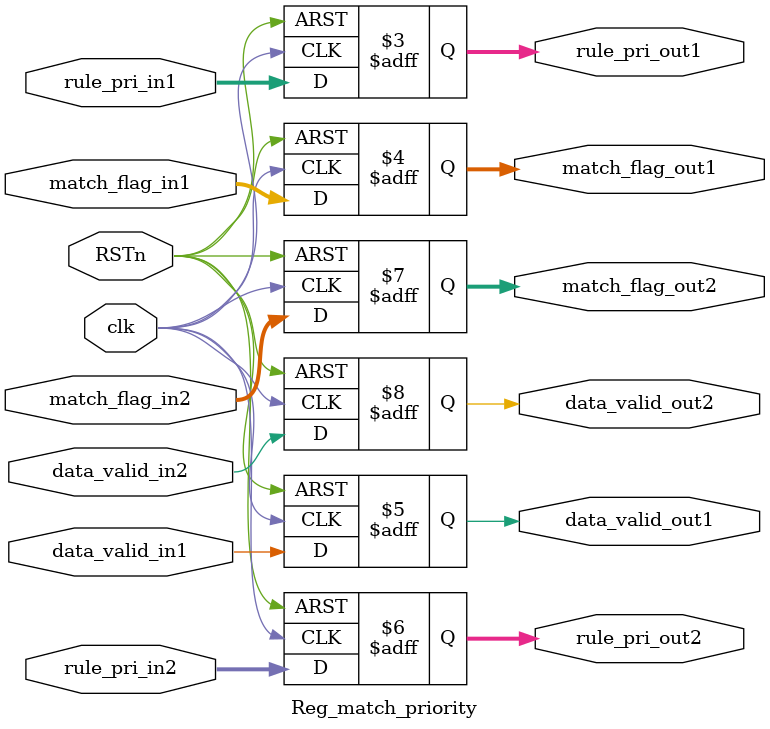
<source format=v>
`timescale 1ns / 1ps


module Reg_match_priority #(
    // the width of packet header and node
    parameter   PACKET_WIDTH = 104,
    parameter   NODE_WIDTH = 40, 
    // data structure of leafnode
    parameter   RULE_ID = 14,
    // the width of a rule in ruleset, sip/prefix, dip/prefix, sport_low, sport_high, dport_low, dport_high, proto/prefix, priority, action
    parameter   RULE_WIDTH = 171
)
(
    input clk,
    input RSTn,
        
    input wire      [8*RULE_ID-1:0] rule_pri_in1,
    input wire      [8-1:0]         match_flag_in1,
    input wire                      data_valid_in1,
    input wire      [8*RULE_ID-1:0] rule_pri_in2,
    input wire      [8-1:0]         match_flag_in2,
    input wire                      data_valid_in2,
    
    output reg      [8*RULE_ID-1:0] rule_pri_out1,
    output reg      [8-1:0]         match_flag_out1,
    output reg                      data_valid_out1,
    output reg      [8*RULE_ID-1:0] rule_pri_out2,
    output reg      [8-1:0]         match_flag_out2,
    output reg                      data_valid_out2
    );
    
    always@(posedge clk or negedge RSTn)    begin
        if(!RSTn)   begin
            rule_pri_out1 <= 112'b0;
            match_flag_out1 <= 8'b0;
            data_valid_out1 <= 1'b0;
            rule_pri_out2 <= 112'b0;
            match_flag_out2 <= 8'b0;
            data_valid_out2 <= 1'b0;
        end else begin
            rule_pri_out1 <= rule_pri_in1;
            match_flag_out1 <= match_flag_in1;
            data_valid_out1 <= data_valid_in1;
            rule_pri_out2 <= rule_pri_in2;
            match_flag_out2 <= match_flag_in2;
            data_valid_out2 <= data_valid_in2;
        end
    end
    
endmodule

</source>
